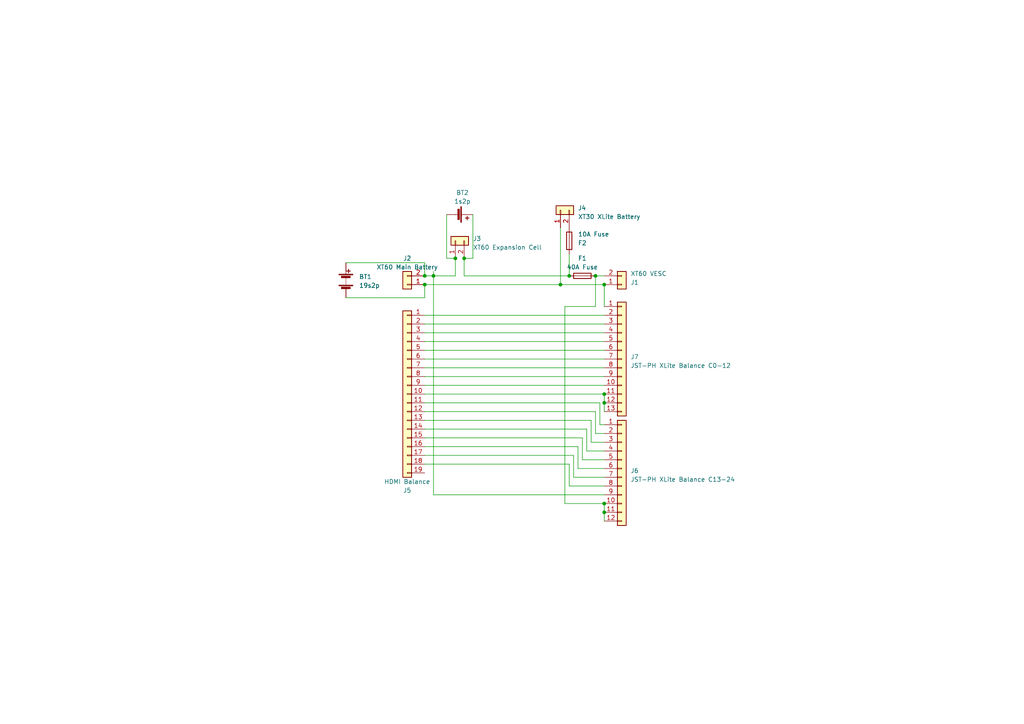
<source format=kicad_sch>
(kicad_sch (version 20230121) (generator eeschema)

  (uuid 48da6279-d764-4007-89b4-6924b88f0c6f)

  (paper "A4")

  (lib_symbols
    (symbol "Connector_Generic:Conn_01x02" (pin_names (offset 1.016) hide) (in_bom yes) (on_board yes)
      (property "Reference" "J" (at 0 2.54 0)
        (effects (font (size 1.27 1.27)))
      )
      (property "Value" "Conn_01x02" (at 0 -5.08 0)
        (effects (font (size 1.27 1.27)))
      )
      (property "Footprint" "" (at 0 0 0)
        (effects (font (size 1.27 1.27)) hide)
      )
      (property "Datasheet" "~" (at 0 0 0)
        (effects (font (size 1.27 1.27)) hide)
      )
      (property "ki_keywords" "connector" (at 0 0 0)
        (effects (font (size 1.27 1.27)) hide)
      )
      (property "ki_description" "Generic connector, single row, 01x02, script generated (kicad-library-utils/schlib/autogen/connector/)" (at 0 0 0)
        (effects (font (size 1.27 1.27)) hide)
      )
      (property "ki_fp_filters" "Connector*:*_1x??_*" (at 0 0 0)
        (effects (font (size 1.27 1.27)) hide)
      )
      (symbol "Conn_01x02_1_1"
        (rectangle (start -1.27 -2.413) (end 0 -2.667)
          (stroke (width 0.1524) (type default))
          (fill (type none))
        )
        (rectangle (start -1.27 0.127) (end 0 -0.127)
          (stroke (width 0.1524) (type default))
          (fill (type none))
        )
        (rectangle (start -1.27 1.27) (end 1.27 -3.81)
          (stroke (width 0.254) (type default))
          (fill (type background))
        )
        (pin passive line (at -5.08 0 0) (length 3.81)
          (name "Pin_1" (effects (font (size 1.27 1.27))))
          (number "1" (effects (font (size 1.27 1.27))))
        )
        (pin passive line (at -5.08 -2.54 0) (length 3.81)
          (name "Pin_2" (effects (font (size 1.27 1.27))))
          (number "2" (effects (font (size 1.27 1.27))))
        )
      )
    )
    (symbol "Connector_Generic:Conn_01x12" (pin_names (offset 1.016) hide) (in_bom yes) (on_board yes)
      (property "Reference" "J" (at 0 15.24 0)
        (effects (font (size 1.27 1.27)))
      )
      (property "Value" "Conn_01x12" (at 0 -17.78 0)
        (effects (font (size 1.27 1.27)))
      )
      (property "Footprint" "" (at 0 0 0)
        (effects (font (size 1.27 1.27)) hide)
      )
      (property "Datasheet" "~" (at 0 0 0)
        (effects (font (size 1.27 1.27)) hide)
      )
      (property "ki_keywords" "connector" (at 0 0 0)
        (effects (font (size 1.27 1.27)) hide)
      )
      (property "ki_description" "Generic connector, single row, 01x12, script generated (kicad-library-utils/schlib/autogen/connector/)" (at 0 0 0)
        (effects (font (size 1.27 1.27)) hide)
      )
      (property "ki_fp_filters" "Connector*:*_1x??_*" (at 0 0 0)
        (effects (font (size 1.27 1.27)) hide)
      )
      (symbol "Conn_01x12_1_1"
        (rectangle (start -1.27 -15.113) (end 0 -15.367)
          (stroke (width 0.1524) (type default))
          (fill (type none))
        )
        (rectangle (start -1.27 -12.573) (end 0 -12.827)
          (stroke (width 0.1524) (type default))
          (fill (type none))
        )
        (rectangle (start -1.27 -10.033) (end 0 -10.287)
          (stroke (width 0.1524) (type default))
          (fill (type none))
        )
        (rectangle (start -1.27 -7.493) (end 0 -7.747)
          (stroke (width 0.1524) (type default))
          (fill (type none))
        )
        (rectangle (start -1.27 -4.953) (end 0 -5.207)
          (stroke (width 0.1524) (type default))
          (fill (type none))
        )
        (rectangle (start -1.27 -2.413) (end 0 -2.667)
          (stroke (width 0.1524) (type default))
          (fill (type none))
        )
        (rectangle (start -1.27 0.127) (end 0 -0.127)
          (stroke (width 0.1524) (type default))
          (fill (type none))
        )
        (rectangle (start -1.27 2.667) (end 0 2.413)
          (stroke (width 0.1524) (type default))
          (fill (type none))
        )
        (rectangle (start -1.27 5.207) (end 0 4.953)
          (stroke (width 0.1524) (type default))
          (fill (type none))
        )
        (rectangle (start -1.27 7.747) (end 0 7.493)
          (stroke (width 0.1524) (type default))
          (fill (type none))
        )
        (rectangle (start -1.27 10.287) (end 0 10.033)
          (stroke (width 0.1524) (type default))
          (fill (type none))
        )
        (rectangle (start -1.27 12.827) (end 0 12.573)
          (stroke (width 0.1524) (type default))
          (fill (type none))
        )
        (rectangle (start -1.27 13.97) (end 1.27 -16.51)
          (stroke (width 0.254) (type default))
          (fill (type background))
        )
        (pin passive line (at -5.08 12.7 0) (length 3.81)
          (name "Pin_1" (effects (font (size 1.27 1.27))))
          (number "1" (effects (font (size 1.27 1.27))))
        )
        (pin passive line (at -5.08 -10.16 0) (length 3.81)
          (name "Pin_10" (effects (font (size 1.27 1.27))))
          (number "10" (effects (font (size 1.27 1.27))))
        )
        (pin passive line (at -5.08 -12.7 0) (length 3.81)
          (name "Pin_11" (effects (font (size 1.27 1.27))))
          (number "11" (effects (font (size 1.27 1.27))))
        )
        (pin passive line (at -5.08 -15.24 0) (length 3.81)
          (name "Pin_12" (effects (font (size 1.27 1.27))))
          (number "12" (effects (font (size 1.27 1.27))))
        )
        (pin passive line (at -5.08 10.16 0) (length 3.81)
          (name "Pin_2" (effects (font (size 1.27 1.27))))
          (number "2" (effects (font (size 1.27 1.27))))
        )
        (pin passive line (at -5.08 7.62 0) (length 3.81)
          (name "Pin_3" (effects (font (size 1.27 1.27))))
          (number "3" (effects (font (size 1.27 1.27))))
        )
        (pin passive line (at -5.08 5.08 0) (length 3.81)
          (name "Pin_4" (effects (font (size 1.27 1.27))))
          (number "4" (effects (font (size 1.27 1.27))))
        )
        (pin passive line (at -5.08 2.54 0) (length 3.81)
          (name "Pin_5" (effects (font (size 1.27 1.27))))
          (number "5" (effects (font (size 1.27 1.27))))
        )
        (pin passive line (at -5.08 0 0) (length 3.81)
          (name "Pin_6" (effects (font (size 1.27 1.27))))
          (number "6" (effects (font (size 1.27 1.27))))
        )
        (pin passive line (at -5.08 -2.54 0) (length 3.81)
          (name "Pin_7" (effects (font (size 1.27 1.27))))
          (number "7" (effects (font (size 1.27 1.27))))
        )
        (pin passive line (at -5.08 -5.08 0) (length 3.81)
          (name "Pin_8" (effects (font (size 1.27 1.27))))
          (number "8" (effects (font (size 1.27 1.27))))
        )
        (pin passive line (at -5.08 -7.62 0) (length 3.81)
          (name "Pin_9" (effects (font (size 1.27 1.27))))
          (number "9" (effects (font (size 1.27 1.27))))
        )
      )
    )
    (symbol "Connector_Generic:Conn_01x13" (pin_names (offset 1.016) hide) (in_bom yes) (on_board yes)
      (property "Reference" "J" (at 0 17.78 0)
        (effects (font (size 1.27 1.27)))
      )
      (property "Value" "Conn_01x13" (at 0 -17.78 0)
        (effects (font (size 1.27 1.27)))
      )
      (property "Footprint" "" (at 0 0 0)
        (effects (font (size 1.27 1.27)) hide)
      )
      (property "Datasheet" "~" (at 0 0 0)
        (effects (font (size 1.27 1.27)) hide)
      )
      (property "ki_keywords" "connector" (at 0 0 0)
        (effects (font (size 1.27 1.27)) hide)
      )
      (property "ki_description" "Generic connector, single row, 01x13, script generated (kicad-library-utils/schlib/autogen/connector/)" (at 0 0 0)
        (effects (font (size 1.27 1.27)) hide)
      )
      (property "ki_fp_filters" "Connector*:*_1x??_*" (at 0 0 0)
        (effects (font (size 1.27 1.27)) hide)
      )
      (symbol "Conn_01x13_1_1"
        (rectangle (start -1.27 -15.113) (end 0 -15.367)
          (stroke (width 0.1524) (type default))
          (fill (type none))
        )
        (rectangle (start -1.27 -12.573) (end 0 -12.827)
          (stroke (width 0.1524) (type default))
          (fill (type none))
        )
        (rectangle (start -1.27 -10.033) (end 0 -10.287)
          (stroke (width 0.1524) (type default))
          (fill (type none))
        )
        (rectangle (start -1.27 -7.493) (end 0 -7.747)
          (stroke (width 0.1524) (type default))
          (fill (type none))
        )
        (rectangle (start -1.27 -4.953) (end 0 -5.207)
          (stroke (width 0.1524) (type default))
          (fill (type none))
        )
        (rectangle (start -1.27 -2.413) (end 0 -2.667)
          (stroke (width 0.1524) (type default))
          (fill (type none))
        )
        (rectangle (start -1.27 0.127) (end 0 -0.127)
          (stroke (width 0.1524) (type default))
          (fill (type none))
        )
        (rectangle (start -1.27 2.667) (end 0 2.413)
          (stroke (width 0.1524) (type default))
          (fill (type none))
        )
        (rectangle (start -1.27 5.207) (end 0 4.953)
          (stroke (width 0.1524) (type default))
          (fill (type none))
        )
        (rectangle (start -1.27 7.747) (end 0 7.493)
          (stroke (width 0.1524) (type default))
          (fill (type none))
        )
        (rectangle (start -1.27 10.287) (end 0 10.033)
          (stroke (width 0.1524) (type default))
          (fill (type none))
        )
        (rectangle (start -1.27 12.827) (end 0 12.573)
          (stroke (width 0.1524) (type default))
          (fill (type none))
        )
        (rectangle (start -1.27 15.367) (end 0 15.113)
          (stroke (width 0.1524) (type default))
          (fill (type none))
        )
        (rectangle (start -1.27 16.51) (end 1.27 -16.51)
          (stroke (width 0.254) (type default))
          (fill (type background))
        )
        (pin passive line (at -5.08 15.24 0) (length 3.81)
          (name "Pin_1" (effects (font (size 1.27 1.27))))
          (number "1" (effects (font (size 1.27 1.27))))
        )
        (pin passive line (at -5.08 -7.62 0) (length 3.81)
          (name "Pin_10" (effects (font (size 1.27 1.27))))
          (number "10" (effects (font (size 1.27 1.27))))
        )
        (pin passive line (at -5.08 -10.16 0) (length 3.81)
          (name "Pin_11" (effects (font (size 1.27 1.27))))
          (number "11" (effects (font (size 1.27 1.27))))
        )
        (pin passive line (at -5.08 -12.7 0) (length 3.81)
          (name "Pin_12" (effects (font (size 1.27 1.27))))
          (number "12" (effects (font (size 1.27 1.27))))
        )
        (pin passive line (at -5.08 -15.24 0) (length 3.81)
          (name "Pin_13" (effects (font (size 1.27 1.27))))
          (number "13" (effects (font (size 1.27 1.27))))
        )
        (pin passive line (at -5.08 12.7 0) (length 3.81)
          (name "Pin_2" (effects (font (size 1.27 1.27))))
          (number "2" (effects (font (size 1.27 1.27))))
        )
        (pin passive line (at -5.08 10.16 0) (length 3.81)
          (name "Pin_3" (effects (font (size 1.27 1.27))))
          (number "3" (effects (font (size 1.27 1.27))))
        )
        (pin passive line (at -5.08 7.62 0) (length 3.81)
          (name "Pin_4" (effects (font (size 1.27 1.27))))
          (number "4" (effects (font (size 1.27 1.27))))
        )
        (pin passive line (at -5.08 5.08 0) (length 3.81)
          (name "Pin_5" (effects (font (size 1.27 1.27))))
          (number "5" (effects (font (size 1.27 1.27))))
        )
        (pin passive line (at -5.08 2.54 0) (length 3.81)
          (name "Pin_6" (effects (font (size 1.27 1.27))))
          (number "6" (effects (font (size 1.27 1.27))))
        )
        (pin passive line (at -5.08 0 0) (length 3.81)
          (name "Pin_7" (effects (font (size 1.27 1.27))))
          (number "7" (effects (font (size 1.27 1.27))))
        )
        (pin passive line (at -5.08 -2.54 0) (length 3.81)
          (name "Pin_8" (effects (font (size 1.27 1.27))))
          (number "8" (effects (font (size 1.27 1.27))))
        )
        (pin passive line (at -5.08 -5.08 0) (length 3.81)
          (name "Pin_9" (effects (font (size 1.27 1.27))))
          (number "9" (effects (font (size 1.27 1.27))))
        )
      )
    )
    (symbol "Connector_Generic:Conn_01x19" (pin_names (offset 1.016) hide) (in_bom yes) (on_board yes)
      (property "Reference" "J" (at 0 25.4 0)
        (effects (font (size 1.27 1.27)))
      )
      (property "Value" "Conn_01x19" (at 0 -25.4 0)
        (effects (font (size 1.27 1.27)))
      )
      (property "Footprint" "" (at 0 0 0)
        (effects (font (size 1.27 1.27)) hide)
      )
      (property "Datasheet" "~" (at 0 0 0)
        (effects (font (size 1.27 1.27)) hide)
      )
      (property "ki_keywords" "connector" (at 0 0 0)
        (effects (font (size 1.27 1.27)) hide)
      )
      (property "ki_description" "Generic connector, single row, 01x19, script generated (kicad-library-utils/schlib/autogen/connector/)" (at 0 0 0)
        (effects (font (size 1.27 1.27)) hide)
      )
      (property "ki_fp_filters" "Connector*:*_1x??_*" (at 0 0 0)
        (effects (font (size 1.27 1.27)) hide)
      )
      (symbol "Conn_01x19_1_1"
        (rectangle (start -1.27 -22.733) (end 0 -22.987)
          (stroke (width 0.1524) (type default))
          (fill (type none))
        )
        (rectangle (start -1.27 -20.193) (end 0 -20.447)
          (stroke (width 0.1524) (type default))
          (fill (type none))
        )
        (rectangle (start -1.27 -17.653) (end 0 -17.907)
          (stroke (width 0.1524) (type default))
          (fill (type none))
        )
        (rectangle (start -1.27 -15.113) (end 0 -15.367)
          (stroke (width 0.1524) (type default))
          (fill (type none))
        )
        (rectangle (start -1.27 -12.573) (end 0 -12.827)
          (stroke (width 0.1524) (type default))
          (fill (type none))
        )
        (rectangle (start -1.27 -10.033) (end 0 -10.287)
          (stroke (width 0.1524) (type default))
          (fill (type none))
        )
        (rectangle (start -1.27 -7.493) (end 0 -7.747)
          (stroke (width 0.1524) (type default))
          (fill (type none))
        )
        (rectangle (start -1.27 -4.953) (end 0 -5.207)
          (stroke (width 0.1524) (type default))
          (fill (type none))
        )
        (rectangle (start -1.27 -2.413) (end 0 -2.667)
          (stroke (width 0.1524) (type default))
          (fill (type none))
        )
        (rectangle (start -1.27 0.127) (end 0 -0.127)
          (stroke (width 0.1524) (type default))
          (fill (type none))
        )
        (rectangle (start -1.27 2.667) (end 0 2.413)
          (stroke (width 0.1524) (type default))
          (fill (type none))
        )
        (rectangle (start -1.27 5.207) (end 0 4.953)
          (stroke (width 0.1524) (type default))
          (fill (type none))
        )
        (rectangle (start -1.27 7.747) (end 0 7.493)
          (stroke (width 0.1524) (type default))
          (fill (type none))
        )
        (rectangle (start -1.27 10.287) (end 0 10.033)
          (stroke (width 0.1524) (type default))
          (fill (type none))
        )
        (rectangle (start -1.27 12.827) (end 0 12.573)
          (stroke (width 0.1524) (type default))
          (fill (type none))
        )
        (rectangle (start -1.27 15.367) (end 0 15.113)
          (stroke (width 0.1524) (type default))
          (fill (type none))
        )
        (rectangle (start -1.27 17.907) (end 0 17.653)
          (stroke (width 0.1524) (type default))
          (fill (type none))
        )
        (rectangle (start -1.27 20.447) (end 0 20.193)
          (stroke (width 0.1524) (type default))
          (fill (type none))
        )
        (rectangle (start -1.27 22.987) (end 0 22.733)
          (stroke (width 0.1524) (type default))
          (fill (type none))
        )
        (rectangle (start -1.27 24.13) (end 1.27 -24.13)
          (stroke (width 0.254) (type default))
          (fill (type background))
        )
        (pin passive line (at -5.08 22.86 0) (length 3.81)
          (name "Pin_1" (effects (font (size 1.27 1.27))))
          (number "1" (effects (font (size 1.27 1.27))))
        )
        (pin passive line (at -5.08 0 0) (length 3.81)
          (name "Pin_10" (effects (font (size 1.27 1.27))))
          (number "10" (effects (font (size 1.27 1.27))))
        )
        (pin passive line (at -5.08 -2.54 0) (length 3.81)
          (name "Pin_11" (effects (font (size 1.27 1.27))))
          (number "11" (effects (font (size 1.27 1.27))))
        )
        (pin passive line (at -5.08 -5.08 0) (length 3.81)
          (name "Pin_12" (effects (font (size 1.27 1.27))))
          (number "12" (effects (font (size 1.27 1.27))))
        )
        (pin passive line (at -5.08 -7.62 0) (length 3.81)
          (name "Pin_13" (effects (font (size 1.27 1.27))))
          (number "13" (effects (font (size 1.27 1.27))))
        )
        (pin passive line (at -5.08 -10.16 0) (length 3.81)
          (name "Pin_14" (effects (font (size 1.27 1.27))))
          (number "14" (effects (font (size 1.27 1.27))))
        )
        (pin passive line (at -5.08 -12.7 0) (length 3.81)
          (name "Pin_15" (effects (font (size 1.27 1.27))))
          (number "15" (effects (font (size 1.27 1.27))))
        )
        (pin passive line (at -5.08 -15.24 0) (length 3.81)
          (name "Pin_16" (effects (font (size 1.27 1.27))))
          (number "16" (effects (font (size 1.27 1.27))))
        )
        (pin passive line (at -5.08 -17.78 0) (length 3.81)
          (name "Pin_17" (effects (font (size 1.27 1.27))))
          (number "17" (effects (font (size 1.27 1.27))))
        )
        (pin passive line (at -5.08 -20.32 0) (length 3.81)
          (name "Pin_18" (effects (font (size 1.27 1.27))))
          (number "18" (effects (font (size 1.27 1.27))))
        )
        (pin passive line (at -5.08 -22.86 0) (length 3.81)
          (name "Pin_19" (effects (font (size 1.27 1.27))))
          (number "19" (effects (font (size 1.27 1.27))))
        )
        (pin passive line (at -5.08 20.32 0) (length 3.81)
          (name "Pin_2" (effects (font (size 1.27 1.27))))
          (number "2" (effects (font (size 1.27 1.27))))
        )
        (pin passive line (at -5.08 17.78 0) (length 3.81)
          (name "Pin_3" (effects (font (size 1.27 1.27))))
          (number "3" (effects (font (size 1.27 1.27))))
        )
        (pin passive line (at -5.08 15.24 0) (length 3.81)
          (name "Pin_4" (effects (font (size 1.27 1.27))))
          (number "4" (effects (font (size 1.27 1.27))))
        )
        (pin passive line (at -5.08 12.7 0) (length 3.81)
          (name "Pin_5" (effects (font (size 1.27 1.27))))
          (number "5" (effects (font (size 1.27 1.27))))
        )
        (pin passive line (at -5.08 10.16 0) (length 3.81)
          (name "Pin_6" (effects (font (size 1.27 1.27))))
          (number "6" (effects (font (size 1.27 1.27))))
        )
        (pin passive line (at -5.08 7.62 0) (length 3.81)
          (name "Pin_7" (effects (font (size 1.27 1.27))))
          (number "7" (effects (font (size 1.27 1.27))))
        )
        (pin passive line (at -5.08 5.08 0) (length 3.81)
          (name "Pin_8" (effects (font (size 1.27 1.27))))
          (number "8" (effects (font (size 1.27 1.27))))
        )
        (pin passive line (at -5.08 2.54 0) (length 3.81)
          (name "Pin_9" (effects (font (size 1.27 1.27))))
          (number "9" (effects (font (size 1.27 1.27))))
        )
      )
    )
    (symbol "Device:Battery" (pin_numbers hide) (pin_names (offset 0) hide) (in_bom yes) (on_board yes)
      (property "Reference" "BT" (at 2.54 2.54 0)
        (effects (font (size 1.27 1.27)) (justify left))
      )
      (property "Value" "Battery" (at 2.54 0 0)
        (effects (font (size 1.27 1.27)) (justify left))
      )
      (property "Footprint" "" (at 0 1.524 90)
        (effects (font (size 1.27 1.27)) hide)
      )
      (property "Datasheet" "~" (at 0 1.524 90)
        (effects (font (size 1.27 1.27)) hide)
      )
      (property "ki_keywords" "batt voltage-source cell" (at 0 0 0)
        (effects (font (size 1.27 1.27)) hide)
      )
      (property "ki_description" "Multiple-cell battery" (at 0 0 0)
        (effects (font (size 1.27 1.27)) hide)
      )
      (symbol "Battery_0_1"
        (rectangle (start -2.032 -1.397) (end 2.032 -1.651)
          (stroke (width 0) (type default))
          (fill (type outline))
        )
        (rectangle (start -2.032 1.778) (end 2.032 1.524)
          (stroke (width 0) (type default))
          (fill (type outline))
        )
        (rectangle (start -1.3208 -1.9812) (end 1.27 -2.4892)
          (stroke (width 0) (type default))
          (fill (type outline))
        )
        (rectangle (start -1.3208 1.1938) (end 1.27 0.6858)
          (stroke (width 0) (type default))
          (fill (type outline))
        )
        (polyline
          (pts
            (xy 0 -1.524)
            (xy 0 -1.27)
          )
          (stroke (width 0) (type default))
          (fill (type none))
        )
        (polyline
          (pts
            (xy 0 -1.016)
            (xy 0 -0.762)
          )
          (stroke (width 0) (type default))
          (fill (type none))
        )
        (polyline
          (pts
            (xy 0 -0.508)
            (xy 0 -0.254)
          )
          (stroke (width 0) (type default))
          (fill (type none))
        )
        (polyline
          (pts
            (xy 0 0)
            (xy 0 0.254)
          )
          (stroke (width 0) (type default))
          (fill (type none))
        )
        (polyline
          (pts
            (xy 0 0.508)
            (xy 0 0.762)
          )
          (stroke (width 0) (type default))
          (fill (type none))
        )
        (polyline
          (pts
            (xy 0 1.778)
            (xy 0 2.54)
          )
          (stroke (width 0) (type default))
          (fill (type none))
        )
        (polyline
          (pts
            (xy 0.254 2.667)
            (xy 1.27 2.667)
          )
          (stroke (width 0.254) (type default))
          (fill (type none))
        )
        (polyline
          (pts
            (xy 0.762 3.175)
            (xy 0.762 2.159)
          )
          (stroke (width 0.254) (type default))
          (fill (type none))
        )
      )
      (symbol "Battery_1_1"
        (pin passive line (at 0 5.08 270) (length 2.54)
          (name "+" (effects (font (size 1.27 1.27))))
          (number "1" (effects (font (size 1.27 1.27))))
        )
        (pin passive line (at 0 -5.08 90) (length 2.54)
          (name "-" (effects (font (size 1.27 1.27))))
          (number "2" (effects (font (size 1.27 1.27))))
        )
      )
    )
    (symbol "Device:Battery_Cell" (pin_numbers hide) (pin_names (offset 0) hide) (in_bom yes) (on_board yes)
      (property "Reference" "BT" (at 2.54 2.54 0)
        (effects (font (size 1.27 1.27)) (justify left))
      )
      (property "Value" "Battery_Cell" (at 2.54 0 0)
        (effects (font (size 1.27 1.27)) (justify left))
      )
      (property "Footprint" "" (at 0 1.524 90)
        (effects (font (size 1.27 1.27)) hide)
      )
      (property "Datasheet" "~" (at 0 1.524 90)
        (effects (font (size 1.27 1.27)) hide)
      )
      (property "ki_keywords" "battery cell" (at 0 0 0)
        (effects (font (size 1.27 1.27)) hide)
      )
      (property "ki_description" "Single-cell battery" (at 0 0 0)
        (effects (font (size 1.27 1.27)) hide)
      )
      (symbol "Battery_Cell_0_1"
        (rectangle (start -2.286 1.778) (end 2.286 1.524)
          (stroke (width 0) (type default))
          (fill (type outline))
        )
        (rectangle (start -1.5748 1.1938) (end 1.4732 0.6858)
          (stroke (width 0) (type default))
          (fill (type outline))
        )
        (polyline
          (pts
            (xy 0 0.762)
            (xy 0 0)
          )
          (stroke (width 0) (type default))
          (fill (type none))
        )
        (polyline
          (pts
            (xy 0 1.778)
            (xy 0 2.54)
          )
          (stroke (width 0) (type default))
          (fill (type none))
        )
        (polyline
          (pts
            (xy 0.508 3.429)
            (xy 1.524 3.429)
          )
          (stroke (width 0.254) (type default))
          (fill (type none))
        )
        (polyline
          (pts
            (xy 1.016 3.937)
            (xy 1.016 2.921)
          )
          (stroke (width 0.254) (type default))
          (fill (type none))
        )
      )
      (symbol "Battery_Cell_1_1"
        (pin passive line (at 0 5.08 270) (length 2.54)
          (name "+" (effects (font (size 1.27 1.27))))
          (number "1" (effects (font (size 1.27 1.27))))
        )
        (pin passive line (at 0 -2.54 90) (length 2.54)
          (name "-" (effects (font (size 1.27 1.27))))
          (number "2" (effects (font (size 1.27 1.27))))
        )
      )
    )
    (symbol "Device:Fuse" (pin_numbers hide) (pin_names (offset 0)) (in_bom yes) (on_board yes)
      (property "Reference" "F" (at 2.032 0 90)
        (effects (font (size 1.27 1.27)))
      )
      (property "Value" "Fuse" (at -1.905 0 90)
        (effects (font (size 1.27 1.27)))
      )
      (property "Footprint" "" (at -1.778 0 90)
        (effects (font (size 1.27 1.27)) hide)
      )
      (property "Datasheet" "~" (at 0 0 0)
        (effects (font (size 1.27 1.27)) hide)
      )
      (property "ki_keywords" "fuse" (at 0 0 0)
        (effects (font (size 1.27 1.27)) hide)
      )
      (property "ki_description" "Fuse" (at 0 0 0)
        (effects (font (size 1.27 1.27)) hide)
      )
      (property "ki_fp_filters" "*Fuse*" (at 0 0 0)
        (effects (font (size 1.27 1.27)) hide)
      )
      (symbol "Fuse_0_1"
        (rectangle (start -0.762 -2.54) (end 0.762 2.54)
          (stroke (width 0.254) (type default))
          (fill (type none))
        )
        (polyline
          (pts
            (xy 0 2.54)
            (xy 0 -2.54)
          )
          (stroke (width 0) (type default))
          (fill (type none))
        )
      )
      (symbol "Fuse_1_1"
        (pin passive line (at 0 3.81 270) (length 1.27)
          (name "~" (effects (font (size 1.27 1.27))))
          (number "1" (effects (font (size 1.27 1.27))))
        )
        (pin passive line (at 0 -3.81 90) (length 1.27)
          (name "~" (effects (font (size 1.27 1.27))))
          (number "2" (effects (font (size 1.27 1.27))))
        )
      )
    )
  )

  (junction (at 175.26 82.55) (diameter 0) (color 0 0 0 0)
    (uuid 04551897-303d-4dbf-baca-f931e165e6c3)
  )
  (junction (at 123.19 80.01) (diameter 0) (color 0 0 0 0)
    (uuid 2c55dd0d-7fc1-4ee9-9a8f-21c538c6a0c8)
  )
  (junction (at 125.73 80.01) (diameter 0) (color 0 0 0 0)
    (uuid 4eac2f9a-db9c-45e1-b5f5-edc2c4430d5d)
  )
  (junction (at 165.1 80.01) (diameter 0) (color 0 0 0 0)
    (uuid 5340dca5-70bb-4b77-818a-c0c8da68f66a)
  )
  (junction (at 172.72 80.01) (diameter 0) (color 0 0 0 0)
    (uuid 71380afa-e484-4419-814c-bdeb24e9e4f1)
  )
  (junction (at 123.19 82.55) (diameter 0) (color 0 0 0 0)
    (uuid 8462ccf5-5195-42e1-bf6e-3c2e7dbae7c7)
  )
  (junction (at 175.26 116.84) (diameter 0) (color 0 0 0 0)
    (uuid 891b75fc-8572-46cc-8d3f-aef020fe97ee)
  )
  (junction (at 132.08 74.93) (diameter 0) (color 0 0 0 0)
    (uuid b6e4937b-9fb2-461c-bd0f-f36059930858)
  )
  (junction (at 175.26 148.59) (diameter 0) (color 0 0 0 0)
    (uuid cb55168a-e2f8-4aaa-9055-753a68360f7f)
  )
  (junction (at 175.26 114.3) (diameter 0) (color 0 0 0 0)
    (uuid d50e1630-f3ec-4909-86d8-357d01664801)
  )
  (junction (at 134.62 74.93) (diameter 0) (color 0 0 0 0)
    (uuid dccc13df-8fcf-4bdf-a7d2-0fc55a3a6ff7)
  )
  (junction (at 162.56 82.55) (diameter 0) (color 0 0 0 0)
    (uuid dfbe4991-76f5-4cc8-9ce7-6cc12ac79159)
  )
  (junction (at 175.26 146.05) (diameter 0) (color 0 0 0 0)
    (uuid e2ea566b-1f65-44d6-82e2-3b7f5bcb8c93)
  )

  (wire (pts (xy 129.54 74.93) (xy 132.08 74.93))
    (stroke (width 0) (type default))
    (uuid 005d5960-a624-4dad-a4b0-b264383eb8ae)
  )
  (wire (pts (xy 123.19 96.52) (xy 175.26 96.52))
    (stroke (width 0) (type default))
    (uuid 08c4cef8-e428-4344-91b0-19adc72fc62e)
  )
  (wire (pts (xy 123.19 132.08) (xy 166.37 132.08))
    (stroke (width 0) (type default))
    (uuid 08ea5b96-aa9a-41d1-a13d-dc8c5203406f)
  )
  (wire (pts (xy 175.26 148.59) (xy 175.26 151.13))
    (stroke (width 0) (type default))
    (uuid 10fdd603-5b26-40c0-a01a-0a1869c1fcac)
  )
  (wire (pts (xy 123.19 76.2) (xy 123.19 80.01))
    (stroke (width 0) (type default))
    (uuid 155a0d73-6c8a-48cf-ae16-d8f8b1573bd2)
  )
  (wire (pts (xy 123.19 127) (xy 168.91 127))
    (stroke (width 0) (type default))
    (uuid 1a0bc869-f701-42bd-932f-0b826e71a3b2)
  )
  (wire (pts (xy 123.19 111.76) (xy 175.26 111.76))
    (stroke (width 0) (type default))
    (uuid 1a4da01b-2ab7-49d8-8872-a44063fb6208)
  )
  (wire (pts (xy 134.62 80.01) (xy 165.1 80.01))
    (stroke (width 0) (type default))
    (uuid 203eb21f-d702-4192-8ee0-6fe9d5912083)
  )
  (wire (pts (xy 123.19 86.36) (xy 123.19 82.55))
    (stroke (width 0) (type default))
    (uuid 27639381-b93f-4360-9ebf-eccbfa5c9c09)
  )
  (wire (pts (xy 123.19 119.38) (xy 172.72 119.38))
    (stroke (width 0) (type default))
    (uuid 28963846-c23f-48ba-aeb8-8fae485fa969)
  )
  (wire (pts (xy 123.19 134.62) (xy 165.1 134.62))
    (stroke (width 0) (type default))
    (uuid 36e0b7d0-7515-4ace-aa11-99346bd66c79)
  )
  (wire (pts (xy 175.26 82.55) (xy 175.26 88.9))
    (stroke (width 0) (type default))
    (uuid 374e722e-da09-4aac-983e-f9732fb7f9a8)
  )
  (wire (pts (xy 165.1 134.62) (xy 165.1 140.97))
    (stroke (width 0) (type default))
    (uuid 3cbdbf9b-971d-4091-8ac2-04d5e1f0a978)
  )
  (wire (pts (xy 123.19 121.92) (xy 171.45 121.92))
    (stroke (width 0) (type default))
    (uuid 43768a50-3724-45f0-b265-78346f2dc650)
  )
  (wire (pts (xy 168.91 133.35) (xy 175.26 133.35))
    (stroke (width 0) (type default))
    (uuid 44fae2b1-3c90-4445-aaa0-0d800cce7c2d)
  )
  (wire (pts (xy 175.26 114.3) (xy 175.26 116.84))
    (stroke (width 0) (type default))
    (uuid 45aa9dd4-1f16-4bce-ad73-c8ca6d0144ee)
  )
  (wire (pts (xy 165.1 140.97) (xy 175.26 140.97))
    (stroke (width 0) (type default))
    (uuid 470ed5d8-d8b2-44c7-a82d-d75524fae7fd)
  )
  (wire (pts (xy 175.26 104.14) (xy 123.19 104.14))
    (stroke (width 0) (type default))
    (uuid 4795c2d0-027c-4b80-a65c-8cc7b9d38779)
  )
  (wire (pts (xy 175.26 146.05) (xy 175.26 148.59))
    (stroke (width 0) (type default))
    (uuid 5042e992-6714-4c1d-8c2e-066b9312ea7f)
  )
  (wire (pts (xy 173.99 116.84) (xy 173.99 123.19))
    (stroke (width 0) (type default))
    (uuid 52b994ad-e670-42c3-8a74-82e21d5e2019)
  )
  (wire (pts (xy 173.99 123.19) (xy 175.26 123.19))
    (stroke (width 0) (type default))
    (uuid 554a0f45-cbd0-4d9a-a2b3-b7860a5c8dbf)
  )
  (wire (pts (xy 172.72 80.01) (xy 175.26 80.01))
    (stroke (width 0) (type default))
    (uuid 562b669c-708b-4889-b5b4-6588425e8a8b)
  )
  (wire (pts (xy 163.83 88.9) (xy 163.83 146.05))
    (stroke (width 0) (type default))
    (uuid 5f53ea06-0653-496f-a90d-ad5630bba610)
  )
  (wire (pts (xy 172.72 125.73) (xy 175.26 125.73))
    (stroke (width 0) (type default))
    (uuid 5fbe4192-6433-481e-9154-1bb080590e0f)
  )
  (wire (pts (xy 167.64 135.89) (xy 175.26 135.89))
    (stroke (width 0) (type default))
    (uuid 6315984f-a9a3-4a71-9f07-eaa9a959a4cf)
  )
  (wire (pts (xy 125.73 80.01) (xy 125.73 143.51))
    (stroke (width 0) (type default))
    (uuid 6bc9e993-a3fa-43fe-8d84-4a4dabffa19c)
  )
  (wire (pts (xy 123.19 106.68) (xy 175.26 106.68))
    (stroke (width 0) (type default))
    (uuid 707aec80-41b7-4404-996a-03809f5127a3)
  )
  (wire (pts (xy 123.19 116.84) (xy 173.99 116.84))
    (stroke (width 0) (type default))
    (uuid 73b01b8c-5125-4e98-811b-0ad4832ead42)
  )
  (wire (pts (xy 175.26 93.98) (xy 123.19 93.98))
    (stroke (width 0) (type default))
    (uuid 7bfa74b6-52f5-4e21-b64e-e98e7719f39c)
  )
  (wire (pts (xy 125.73 143.51) (xy 175.26 143.51))
    (stroke (width 0) (type default))
    (uuid 7c479e42-790b-43e0-9c7c-bc4f360dffbc)
  )
  (wire (pts (xy 163.83 146.05) (xy 175.26 146.05))
    (stroke (width 0) (type default))
    (uuid 7fdf49c1-9846-46a8-b9c3-64d28f28b0dd)
  )
  (wire (pts (xy 172.72 88.9) (xy 163.83 88.9))
    (stroke (width 0) (type default))
    (uuid 8274f496-dfe1-457a-bda3-8d5fd0caa195)
  )
  (wire (pts (xy 165.1 73.66) (xy 165.1 80.01))
    (stroke (width 0) (type default))
    (uuid 855a8af9-c10c-4d4a-80a3-a546b0ddd14d)
  )
  (wire (pts (xy 166.37 138.43) (xy 175.26 138.43))
    (stroke (width 0) (type default))
    (uuid 8690c6a7-a99c-4af5-bb2f-dba5218f5dbe)
  )
  (wire (pts (xy 172.72 119.38) (xy 172.72 125.73))
    (stroke (width 0) (type default))
    (uuid 876cfa46-67dd-4241-89fc-477ec91f1698)
  )
  (wire (pts (xy 137.16 74.93) (xy 134.62 74.93))
    (stroke (width 0) (type default))
    (uuid 88616a61-3aaf-4a6f-894b-7df420139514)
  )
  (wire (pts (xy 170.18 130.81) (xy 175.26 130.81))
    (stroke (width 0) (type default))
    (uuid 8cb025a6-f809-4a76-a547-f694c3438509)
  )
  (wire (pts (xy 100.33 76.2) (xy 123.19 76.2))
    (stroke (width 0) (type default))
    (uuid 9055f003-8d3c-4731-ba35-04617bbe2ef4)
  )
  (wire (pts (xy 100.33 86.36) (xy 123.19 86.36))
    (stroke (width 0) (type default))
    (uuid 979f9d36-1707-4563-af16-887fbf22e5a6)
  )
  (wire (pts (xy 167.64 129.54) (xy 167.64 135.89))
    (stroke (width 0) (type default))
    (uuid 97a656c8-4cb0-48ca-b918-b5402fed8d8f)
  )
  (wire (pts (xy 123.19 124.46) (xy 170.18 124.46))
    (stroke (width 0) (type default))
    (uuid 9b066106-e9de-45b4-ba7c-9634df8cddd4)
  )
  (wire (pts (xy 175.26 114.3) (xy 123.19 114.3))
    (stroke (width 0) (type default))
    (uuid 9e39b191-3e85-4113-894f-4dafc6e1e269)
  )
  (wire (pts (xy 125.73 78.74) (xy 125.73 80.01))
    (stroke (width 0) (type default))
    (uuid a2215bbb-a122-4e66-b3ce-8bbb4def379c)
  )
  (wire (pts (xy 166.37 132.08) (xy 166.37 138.43))
    (stroke (width 0) (type default))
    (uuid ad65aed2-f336-4d65-add5-438bddbee541)
  )
  (wire (pts (xy 175.26 99.06) (xy 123.19 99.06))
    (stroke (width 0) (type default))
    (uuid b169bd81-9352-43e0-a7b8-4a9febc75bc0)
  )
  (wire (pts (xy 168.91 127) (xy 168.91 133.35))
    (stroke (width 0) (type default))
    (uuid bd136463-e337-439f-ac7c-6f8d3dfd280a)
  )
  (wire (pts (xy 172.72 80.01) (xy 172.72 88.9))
    (stroke (width 0) (type default))
    (uuid bdf988b9-4fba-4945-b65d-4c10f8a3c3a5)
  )
  (wire (pts (xy 123.19 101.6) (xy 175.26 101.6))
    (stroke (width 0) (type default))
    (uuid bf669d5c-bf18-4908-bca1-834355bff3fd)
  )
  (wire (pts (xy 162.56 82.55) (xy 175.26 82.55))
    (stroke (width 0) (type default))
    (uuid c0feb7c6-de8c-420f-9f54-db7ad240428b)
  )
  (wire (pts (xy 123.19 80.01) (xy 125.73 80.01))
    (stroke (width 0) (type default))
    (uuid cc39c42f-d087-4b51-ba33-bdc22935c50a)
  )
  (wire (pts (xy 171.45 128.27) (xy 175.26 128.27))
    (stroke (width 0) (type default))
    (uuid d1847ee6-bba4-4ab7-83c7-0a2bdd94ba52)
  )
  (wire (pts (xy 123.19 91.44) (xy 175.26 91.44))
    (stroke (width 0) (type default))
    (uuid d25e028c-63b4-42f9-8b6a-89b685e38db0)
  )
  (wire (pts (xy 129.54 62.23) (xy 129.54 74.93))
    (stroke (width 0) (type default))
    (uuid d5a7be46-7b2b-4b1f-a569-e5e0f08cfbc8)
  )
  (wire (pts (xy 123.19 129.54) (xy 167.64 129.54))
    (stroke (width 0) (type default))
    (uuid d7f051d2-3264-4fcf-b7eb-6ce2964ad394)
  )
  (wire (pts (xy 175.26 116.84) (xy 175.26 119.38))
    (stroke (width 0) (type default))
    (uuid e8f89f56-4e46-4857-971d-aeebfa3f399e)
  )
  (wire (pts (xy 175.26 109.22) (xy 123.19 109.22))
    (stroke (width 0) (type default))
    (uuid ea8ebd68-2fef-4657-ad1a-e31c2efcacd3)
  )
  (wire (pts (xy 162.56 66.04) (xy 162.56 82.55))
    (stroke (width 0) (type default))
    (uuid ed4fafed-b3a8-45ff-b8e4-1ff1f7c0a4e1)
  )
  (wire (pts (xy 171.45 121.92) (xy 171.45 128.27))
    (stroke (width 0) (type default))
    (uuid edb8ae3d-3ebd-4936-a342-0ef610e625db)
  )
  (wire (pts (xy 134.62 74.93) (xy 134.62 80.01))
    (stroke (width 0) (type default))
    (uuid ee117f86-8cb0-4ef7-a42d-54273dbb265b)
  )
  (wire (pts (xy 125.73 80.01) (xy 132.08 80.01))
    (stroke (width 0) (type default))
    (uuid f1edaaaf-c673-48b4-b4f5-2d18a2012e4d)
  )
  (wire (pts (xy 170.18 124.46) (xy 170.18 130.81))
    (stroke (width 0) (type default))
    (uuid f4431459-043b-488c-9540-cfc33169a644)
  )
  (wire (pts (xy 123.19 82.55) (xy 162.56 82.55))
    (stroke (width 0) (type default))
    (uuid f5378625-7338-4cfd-8745-9d49f300f4d5)
  )
  (wire (pts (xy 132.08 80.01) (xy 132.08 74.93))
    (stroke (width 0) (type default))
    (uuid f9739433-f521-46c2-b131-9ede089a5a56)
  )
  (wire (pts (xy 137.16 62.23) (xy 137.16 74.93))
    (stroke (width 0) (type default))
    (uuid ffc34369-b5de-4e03-a64a-257a9d3c8f00)
  )

  (symbol (lib_id "Device:Battery") (at 100.33 81.28 0) (unit 1)
    (in_bom yes) (on_board yes) (dnp no) (fields_autoplaced)
    (uuid 09985af8-d72b-4594-a2d0-0b712957d1b9)
    (property "Reference" "BT1" (at 104.14 80.264 0)
      (effects (font (size 1.27 1.27)) (justify left))
    )
    (property "Value" "19s2p" (at 104.14 82.804 0)
      (effects (font (size 1.27 1.27)) (justify left))
    )
    (property "Footprint" "" (at 100.33 79.756 90)
      (effects (font (size 1.27 1.27)) hide)
    )
    (property "Datasheet" "~" (at 100.33 79.756 90)
      (effects (font (size 1.27 1.27)) hide)
    )
    (pin "1" (uuid 32ef51d5-a5c5-48a2-bcdc-ee71834705d7))
    (pin "2" (uuid 4fe0c9c5-30ed-4629-bddb-c412c991b730))
    (instances
      (project "OW_PDB"
        (path "/48da6279-d764-4007-89b4-6924b88f0c6f"
          (reference "BT1") (unit 1)
        )
      )
    )
  )

  (symbol (lib_id "Connector_Generic:Conn_01x02") (at 132.08 69.85 90) (unit 1)
    (in_bom yes) (on_board yes) (dnp no) (fields_autoplaced)
    (uuid 37416e66-ba8f-4fa6-8896-a47d785822d3)
    (property "Reference" "J3" (at 137.16 69.215 90)
      (effects (font (size 1.27 1.27)) (justify right))
    )
    (property "Value" "XT60 Expansion Cell" (at 137.16 71.755 90)
      (effects (font (size 1.27 1.27)) (justify right))
    )
    (property "Footprint" "" (at 132.08 69.85 0)
      (effects (font (size 1.27 1.27)) hide)
    )
    (property "Datasheet" "~" (at 132.08 69.85 0)
      (effects (font (size 1.27 1.27)) hide)
    )
    (pin "1" (uuid 452d1517-e0e8-417b-95af-17b7afce1ffb))
    (pin "2" (uuid c9a74ada-0796-43d9-bb7a-25c5f1f926ca))
    (instances
      (project "OW_PDB"
        (path "/48da6279-d764-4007-89b4-6924b88f0c6f"
          (reference "J3") (unit 1)
        )
      )
    )
  )

  (symbol (lib_id "Connector_Generic:Conn_01x19") (at 118.11 114.3 0) (mirror y) (unit 1)
    (in_bom yes) (on_board yes) (dnp no)
    (uuid 4a7c916a-bfe9-4a1a-bead-3ecdccceee27)
    (property "Reference" "J5" (at 118.11 142.24 0)
      (effects (font (size 1.27 1.27)))
    )
    (property "Value" "HDMI Balance" (at 118.11 139.7 0)
      (effects (font (size 1.27 1.27)))
    )
    (property "Footprint" "" (at 118.11 114.3 0)
      (effects (font (size 1.27 1.27)) hide)
    )
    (property "Datasheet" "~" (at 118.11 114.3 0)
      (effects (font (size 1.27 1.27)) hide)
    )
    (pin "1" (uuid db17ea61-1908-4394-b222-cca172c8f916))
    (pin "10" (uuid dc5d9f7b-a891-46dd-9b62-a8b0a7f73a45))
    (pin "11" (uuid 42a376e5-c695-4353-a219-25340a7574bd))
    (pin "12" (uuid ce868348-61f0-42f7-b4df-3bfe0e0eac2b))
    (pin "13" (uuid 5b881c8b-59e7-4d2f-af70-f8b80104fc29))
    (pin "14" (uuid b45e58e2-3cbe-43af-ab66-8f3e0faef243))
    (pin "15" (uuid b7961d68-ab95-48e4-a405-6cc8192e5e6e))
    (pin "16" (uuid 3b888b2b-f35a-4d5a-8f3a-8b50c2d2e2cf))
    (pin "17" (uuid a29c229f-6191-480a-afd9-716787ca8486))
    (pin "18" (uuid b1e86997-31f2-42fa-b8f6-7c24ad9baef0))
    (pin "19" (uuid 3d46a538-bf47-4c4a-83ff-ff0db4e9d691))
    (pin "2" (uuid 36bbfe8f-1af0-4729-bafc-27f71cb3b87b))
    (pin "3" (uuid ec738a0d-7569-43bc-9c90-ddee7c2ea712))
    (pin "4" (uuid 38c971e3-331c-42cf-8615-1d2bd770f9c1))
    (pin "5" (uuid a61976da-bff2-4530-b862-774195fe8270))
    (pin "6" (uuid 1311e777-ee2d-43ab-9035-b870d22eaa6c))
    (pin "7" (uuid b740dbef-2dfb-40ff-a63f-c49ef017c4a1))
    (pin "8" (uuid 392c713e-f3d6-4ab8-a213-9e7dfd401fc3))
    (pin "9" (uuid f5ccca37-0c62-445d-a236-a171caa2be07))
    (instances
      (project "OW_PDB"
        (path "/48da6279-d764-4007-89b4-6924b88f0c6f"
          (reference "J5") (unit 1)
        )
      )
    )
  )

  (symbol (lib_id "Device:Fuse") (at 165.1 69.85 0) (mirror x) (unit 1)
    (in_bom yes) (on_board yes) (dnp no)
    (uuid 54c326b7-ddb2-4d83-9b31-c12a02a19a7d)
    (property "Reference" "F2" (at 167.64 70.485 0)
      (effects (font (size 1.27 1.27)) (justify left))
    )
    (property "Value" "10A Fuse" (at 167.64 67.945 0)
      (effects (font (size 1.27 1.27)) (justify left))
    )
    (property "Footprint" "" (at 163.322 69.85 90)
      (effects (font (size 1.27 1.27)) hide)
    )
    (property "Datasheet" "~" (at 165.1 69.85 0)
      (effects (font (size 1.27 1.27)) hide)
    )
    (pin "1" (uuid 91844b5b-2834-4fd3-a7cb-de210cbb6e52))
    (pin "2" (uuid 05be8475-854a-459e-a49b-8c84e689b64d))
    (instances
      (project "OW_PDB"
        (path "/48da6279-d764-4007-89b4-6924b88f0c6f"
          (reference "F2") (unit 1)
        )
      )
    )
  )

  (symbol (lib_id "Connector_Generic:Conn_01x02") (at 118.11 82.55 180) (unit 1)
    (in_bom yes) (on_board yes) (dnp no) (fields_autoplaced)
    (uuid 5cb47f56-3a26-41c0-a7f9-3f5072702a2b)
    (property "Reference" "J2" (at 118.11 74.93 0)
      (effects (font (size 1.27 1.27)))
    )
    (property "Value" "XT60 Main Battery" (at 118.11 77.47 0)
      (effects (font (size 1.27 1.27)))
    )
    (property "Footprint" "" (at 118.11 82.55 0)
      (effects (font (size 1.27 1.27)) hide)
    )
    (property "Datasheet" "~" (at 118.11 82.55 0)
      (effects (font (size 1.27 1.27)) hide)
    )
    (pin "1" (uuid 9e51b01e-3c36-4dc5-b634-2732e2227d96))
    (pin "2" (uuid b166365d-2254-436a-93fa-0dd86a70ed7a))
    (instances
      (project "OW_PDB"
        (path "/48da6279-d764-4007-89b4-6924b88f0c6f"
          (reference "J2") (unit 1)
        )
      )
    )
  )

  (symbol (lib_id "Connector_Generic:Conn_01x02") (at 162.56 60.96 90) (unit 1)
    (in_bom yes) (on_board yes) (dnp no) (fields_autoplaced)
    (uuid 760b9163-d33a-4eca-8506-aa8434a289f8)
    (property "Reference" "J4" (at 167.64 60.325 90)
      (effects (font (size 1.27 1.27)) (justify right))
    )
    (property "Value" "XT30 XLite Battery" (at 167.64 62.865 90)
      (effects (font (size 1.27 1.27)) (justify right))
    )
    (property "Footprint" "" (at 162.56 60.96 0)
      (effects (font (size 1.27 1.27)) hide)
    )
    (property "Datasheet" "~" (at 162.56 60.96 0)
      (effects (font (size 1.27 1.27)) hide)
    )
    (pin "1" (uuid 589b2c19-8236-4981-b044-531b3451045d))
    (pin "2" (uuid df8e3d58-e853-4aaf-9f5c-89d8fc76dc2d))
    (instances
      (project "OW_PDB"
        (path "/48da6279-d764-4007-89b4-6924b88f0c6f"
          (reference "J4") (unit 1)
        )
      )
    )
  )

  (symbol (lib_id "Connector_Generic:Conn_01x02") (at 180.34 82.55 0) (mirror x) (unit 1)
    (in_bom yes) (on_board yes) (dnp no)
    (uuid 9ef111cd-2513-4d43-96f8-1221fca13035)
    (property "Reference" "J1" (at 182.88 81.915 0)
      (effects (font (size 1.27 1.27)) (justify left))
    )
    (property "Value" "XT60 VESC" (at 182.88 79.375 0)
      (effects (font (size 1.27 1.27)) (justify left))
    )
    (property "Footprint" "" (at 180.34 82.55 0)
      (effects (font (size 1.27 1.27)) hide)
    )
    (property "Datasheet" "~" (at 180.34 82.55 0)
      (effects (font (size 1.27 1.27)) hide)
    )
    (pin "1" (uuid 453610a0-a012-42d0-9b35-3f5564a3658a))
    (pin "2" (uuid 430edce0-a3bb-4386-bf1c-97c8f95b8d5b))
    (instances
      (project "OW_PDB"
        (path "/48da6279-d764-4007-89b4-6924b88f0c6f"
          (reference "J1") (unit 1)
        )
      )
    )
  )

  (symbol (lib_id "Connector_Generic:Conn_01x12") (at 180.34 135.89 0) (unit 1)
    (in_bom yes) (on_board yes) (dnp no) (fields_autoplaced)
    (uuid aefdbb4c-813b-4285-830a-013fd04159e0)
    (property "Reference" "J6" (at 182.88 136.525 0)
      (effects (font (size 1.27 1.27)) (justify left))
    )
    (property "Value" "JST-PH XLite Balance C13-24" (at 182.88 139.065 0)
      (effects (font (size 1.27 1.27)) (justify left))
    )
    (property "Footprint" "" (at 180.34 135.89 0)
      (effects (font (size 1.27 1.27)) hide)
    )
    (property "Datasheet" "~" (at 180.34 135.89 0)
      (effects (font (size 1.27 1.27)) hide)
    )
    (pin "1" (uuid 6cc980bf-4362-48b0-abd0-5e92e13cbb67))
    (pin "10" (uuid dd556699-11b4-46af-a647-473890d2497f))
    (pin "11" (uuid 37b21015-8aa2-4673-8aed-4c627f82bcea))
    (pin "12" (uuid c031e4ef-adca-402b-9914-7a9afdabca0e))
    (pin "2" (uuid 1857ca57-85c8-4641-80e5-d214f169b1b1))
    (pin "3" (uuid f624e124-284e-4bee-9b17-6557a6655f85))
    (pin "4" (uuid 82d29b28-3365-4770-add9-c4ddc722a154))
    (pin "5" (uuid 6d7909a4-a2f8-4826-b92c-99e52c71b9a8))
    (pin "6" (uuid e6cb28fe-ca7a-40ab-8a2b-f38523068d66))
    (pin "7" (uuid ee157335-4546-47b9-ba67-235331247e35))
    (pin "8" (uuid c05bbd32-7565-4774-ae6e-965cf5aac553))
    (pin "9" (uuid 5f21d57d-4821-4256-8f2a-af1f969593bc))
    (instances
      (project "OW_PDB"
        (path "/48da6279-d764-4007-89b4-6924b88f0c6f"
          (reference "J6") (unit 1)
        )
      )
    )
  )

  (symbol (lib_id "Device:Fuse") (at 168.91 80.01 90) (mirror x) (unit 1)
    (in_bom yes) (on_board yes) (dnp no)
    (uuid b5e79e44-6674-475d-8c32-54c60a4c9eb5)
    (property "Reference" "F1" (at 168.91 74.93 90)
      (effects (font (size 1.27 1.27)))
    )
    (property "Value" "40A Fuse" (at 168.91 77.47 90)
      (effects (font (size 1.27 1.27)))
    )
    (property "Footprint" "" (at 168.91 78.232 90)
      (effects (font (size 1.27 1.27)) hide)
    )
    (property "Datasheet" "~" (at 168.91 80.01 0)
      (effects (font (size 1.27 1.27)) hide)
    )
    (pin "1" (uuid ee4ba34f-da7c-47fa-84b9-d5764208f1f9))
    (pin "2" (uuid cfa9be8e-86dc-4420-8688-e8a93f493af4))
    (instances
      (project "OW_PDB"
        (path "/48da6279-d764-4007-89b4-6924b88f0c6f"
          (reference "F1") (unit 1)
        )
      )
    )
  )

  (symbol (lib_id "Connector_Generic:Conn_01x13") (at 180.34 104.14 0) (unit 1)
    (in_bom yes) (on_board yes) (dnp no) (fields_autoplaced)
    (uuid dbd42128-46a5-464d-9879-ee570d0e7247)
    (property "Reference" "J7" (at 182.88 103.505 0)
      (effects (font (size 1.27 1.27)) (justify left))
    )
    (property "Value" "JST-PH XLite Balance C0-12" (at 182.88 106.045 0)
      (effects (font (size 1.27 1.27)) (justify left))
    )
    (property "Footprint" "" (at 180.34 104.14 0)
      (effects (font (size 1.27 1.27)) hide)
    )
    (property "Datasheet" "~" (at 180.34 104.14 0)
      (effects (font (size 1.27 1.27)) hide)
    )
    (pin "1" (uuid b5e710bd-293e-4efe-ab4e-88d0b7dea5f0))
    (pin "10" (uuid 10804dfd-4543-44bb-aa3e-133e7808e79f))
    (pin "11" (uuid 3055700a-6a05-4bfc-b0ba-f86d579d3258))
    (pin "12" (uuid 7eb981f3-db8f-4ae4-baf8-f1cc98fd13f0))
    (pin "13" (uuid 2edfda6f-f8e4-4967-b389-9304e8db523c))
    (pin "2" (uuid ec7b86bc-51b1-40e1-9997-ac9f506b9d31))
    (pin "3" (uuid b0435782-58f7-4b93-81f3-83ecd413bdd0))
    (pin "4" (uuid 5984f768-010e-415d-8484-6b48a28b22b6))
    (pin "5" (uuid 84fc61f6-abff-46d7-9fa8-ebe3153cbf97))
    (pin "6" (uuid df45468d-22af-448e-88b1-2b6384250367))
    (pin "7" (uuid a3a1928b-2ca0-441a-89fa-cc2206adc84f))
    (pin "8" (uuid 1b4ea711-42e4-4b66-a8f8-19f35b38fa29))
    (pin "9" (uuid eae64aaf-61fd-49c4-998b-c4f4940edd78))
    (instances
      (project "OW_PDB"
        (path "/48da6279-d764-4007-89b4-6924b88f0c6f"
          (reference "J7") (unit 1)
        )
      )
    )
  )

  (symbol (lib_id "Device:Battery_Cell") (at 132.08 62.23 270) (unit 1)
    (in_bom yes) (on_board yes) (dnp no) (fields_autoplaced)
    (uuid e6b10933-c557-41d7-bd74-b0bc971ad468)
    (property "Reference" "BT2" (at 134.112 55.88 90)
      (effects (font (size 1.27 1.27)))
    )
    (property "Value" "1s2p" (at 134.112 58.42 90)
      (effects (font (size 1.27 1.27)))
    )
    (property "Footprint" "" (at 133.604 62.23 90)
      (effects (font (size 1.27 1.27)) hide)
    )
    (property "Datasheet" "~" (at 133.604 62.23 90)
      (effects (font (size 1.27 1.27)) hide)
    )
    (pin "1" (uuid 31a8033d-7cb8-4730-8f68-9f1035a557f8))
    (pin "2" (uuid c7069505-eaae-4f06-b7ed-cedf3df6d801))
    (instances
      (project "OW_PDB"
        (path "/48da6279-d764-4007-89b4-6924b88f0c6f"
          (reference "BT2") (unit 1)
        )
      )
    )
  )

  (sheet_instances
    (path "/" (page "1"))
  )
)

</source>
